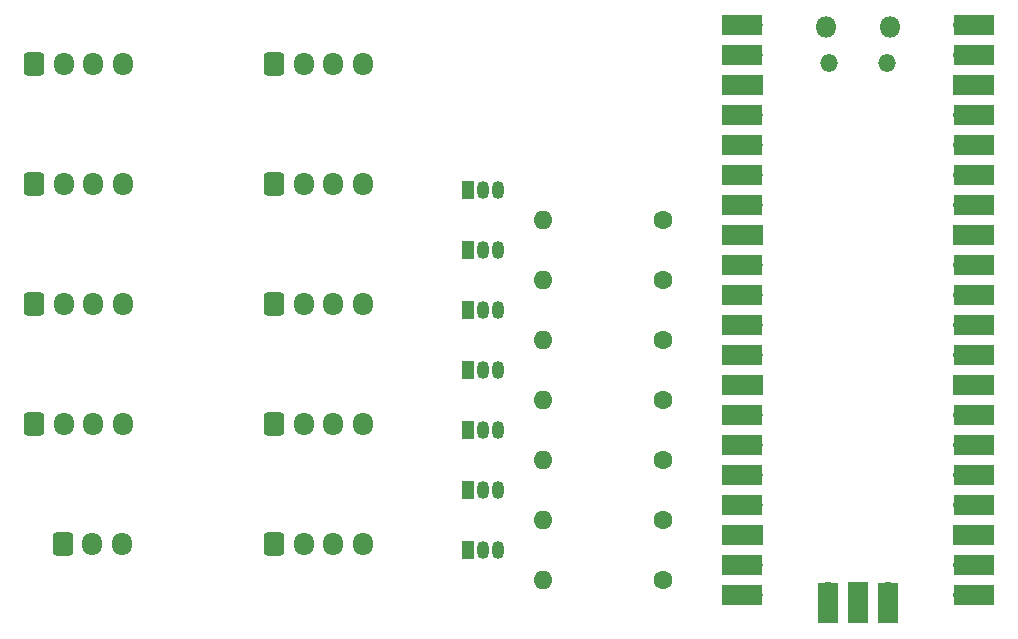
<source format=gbr>
%TF.GenerationSoftware,KiCad,Pcbnew,7.0.9*%
%TF.CreationDate,2024-01-23T18:46:06-08:00*%
%TF.ProjectId,sdvx,73647678-2e6b-4696-9361-645f70636258,rev?*%
%TF.SameCoordinates,Original*%
%TF.FileFunction,Soldermask,Top*%
%TF.FilePolarity,Negative*%
%FSLAX46Y46*%
G04 Gerber Fmt 4.6, Leading zero omitted, Abs format (unit mm)*
G04 Created by KiCad (PCBNEW 7.0.9) date 2024-01-23 18:46:06*
%MOMM*%
%LPD*%
G01*
G04 APERTURE LIST*
G04 Aperture macros list*
%AMRoundRect*
0 Rectangle with rounded corners*
0 $1 Rounding radius*
0 $2 $3 $4 $5 $6 $7 $8 $9 X,Y pos of 4 corners*
0 Add a 4 corners polygon primitive as box body*
4,1,4,$2,$3,$4,$5,$6,$7,$8,$9,$2,$3,0*
0 Add four circle primitives for the rounded corners*
1,1,$1+$1,$2,$3*
1,1,$1+$1,$4,$5*
1,1,$1+$1,$6,$7*
1,1,$1+$1,$8,$9*
0 Add four rect primitives between the rounded corners*
20,1,$1+$1,$2,$3,$4,$5,0*
20,1,$1+$1,$4,$5,$6,$7,0*
20,1,$1+$1,$6,$7,$8,$9,0*
20,1,$1+$1,$8,$9,$2,$3,0*%
G04 Aperture macros list end*
%ADD10R,1.050000X1.500000*%
%ADD11O,1.050000X1.500000*%
%ADD12O,1.700000X1.950000*%
%ADD13RoundRect,0.250000X-0.600000X-0.725000X0.600000X-0.725000X0.600000X0.725000X-0.600000X0.725000X0*%
%ADD14C,1.600000*%
%ADD15O,1.600000X1.600000*%
%ADD16O,1.800000X1.800000*%
%ADD17O,1.500000X1.500000*%
%ADD18O,1.700000X1.700000*%
%ADD19R,3.500000X1.700000*%
%ADD20R,1.700000X1.700000*%
%ADD21R,1.700000X3.500000*%
G04 APERTURE END LIST*
D10*
%TO.C,Q7*%
X54610000Y-59436000D03*
D11*
X55880000Y-59436000D03*
X57150000Y-59436000D03*
%TD*%
D12*
%TO.C,BT-D1*%
X45720000Y-38591000D03*
X43220000Y-38591000D03*
X40720000Y-38591000D03*
D13*
X38220000Y-38591000D03*
%TD*%
D12*
%TO.C,START1*%
X45720000Y-58911000D03*
X43220000Y-58911000D03*
X40720000Y-58911000D03*
D13*
X38220000Y-58911000D03*
%TD*%
D12*
%TO.C,BT-B1*%
X45720000Y-28431000D03*
X43220000Y-28431000D03*
X40720000Y-28431000D03*
D13*
X38220000Y-28431000D03*
%TD*%
D10*
%TO.C,Q5*%
X54610000Y-49276000D03*
D11*
X55880000Y-49276000D03*
X57150000Y-49276000D03*
%TD*%
D10*
%TO.C,Q6*%
X54610000Y-54356000D03*
D11*
X55880000Y-54356000D03*
X57150000Y-54356000D03*
%TD*%
D10*
%TO.C,Q3*%
X54610000Y-39116000D03*
D11*
X55880000Y-39116000D03*
X57150000Y-39116000D03*
%TD*%
D12*
%TO.C,VOL-R1*%
X45720000Y-18271000D03*
X43220000Y-18271000D03*
X40720000Y-18271000D03*
D13*
X38220000Y-18271000D03*
%TD*%
D14*
%TO.C,R4*%
X71120000Y-46736000D03*
D15*
X60960000Y-46736000D03*
%TD*%
D10*
%TO.C,Q1*%
X54610000Y-28956000D03*
D11*
X55880000Y-28956000D03*
X57150000Y-28956000D03*
%TD*%
D14*
%TO.C,R5*%
X71120000Y-51816000D03*
D15*
X60960000Y-51816000D03*
%TD*%
D12*
%TO.C,FX-L1*%
X25400000Y-48751000D03*
X22900000Y-48751000D03*
X20400000Y-48751000D03*
D13*
X17900000Y-48751000D03*
%TD*%
D12*
%TO.C,BT-A1*%
X25400000Y-28431000D03*
X22900000Y-28431000D03*
X20400000Y-28431000D03*
D13*
X17900000Y-28431000D03*
%TD*%
D14*
%TO.C,R2*%
X71120000Y-36576000D03*
D15*
X60960000Y-36576000D03*
%TD*%
D14*
%TO.C,R6*%
X71120000Y-56896000D03*
D15*
X60960000Y-56896000D03*
%TD*%
D14*
%TO.C,R3*%
X71120000Y-41656000D03*
D15*
X60960000Y-41656000D03*
%TD*%
D14*
%TO.C,R1*%
X71120000Y-31496000D03*
D15*
X60960000Y-31496000D03*
%TD*%
D12*
%TO.C,RGB1*%
X25320000Y-58911000D03*
X22820000Y-58911000D03*
D13*
X20320000Y-58911000D03*
%TD*%
D12*
%TO.C,FX-R1*%
X45720000Y-48751000D03*
X43220000Y-48751000D03*
X40720000Y-48751000D03*
D13*
X38220000Y-48751000D03*
%TD*%
D10*
%TO.C,Q4*%
X54610000Y-44196000D03*
D11*
X55880000Y-44196000D03*
X57150000Y-44196000D03*
%TD*%
D12*
%TO.C,BT-C1*%
X25400000Y-38591000D03*
X22900000Y-38591000D03*
X20400000Y-38591000D03*
D13*
X17900000Y-38591000D03*
%TD*%
D10*
%TO.C,Q2*%
X54610000Y-34036000D03*
D11*
X55880000Y-34036000D03*
X57150000Y-34036000D03*
%TD*%
D12*
%TO.C,VOL-L1*%
X25400000Y-18271000D03*
X22900000Y-18271000D03*
X20400000Y-18271000D03*
D13*
X17900000Y-18271000D03*
%TD*%
D14*
%TO.C,R7*%
X71120000Y-61976000D03*
D15*
X60960000Y-61976000D03*
%TD*%
D16*
%TO.C,U1*%
X84905000Y-15116000D03*
D17*
X85205000Y-18146000D03*
X90055000Y-18146000D03*
D16*
X90355000Y-15116000D03*
D18*
X78740000Y-14986000D03*
D19*
X77840000Y-14986000D03*
D18*
X78740000Y-17526000D03*
D19*
X77840000Y-17526000D03*
D20*
X78740000Y-20066000D03*
D19*
X77840000Y-20066000D03*
D18*
X78740000Y-22606000D03*
D19*
X77840000Y-22606000D03*
D18*
X78740000Y-25146000D03*
D19*
X77840000Y-25146000D03*
D18*
X78740000Y-27686000D03*
D19*
X77840000Y-27686000D03*
D18*
X78740000Y-30226000D03*
D19*
X77840000Y-30226000D03*
D20*
X78740000Y-32766000D03*
D19*
X77840000Y-32766000D03*
D18*
X78740000Y-35306000D03*
D19*
X77840000Y-35306000D03*
D18*
X78740000Y-37846000D03*
D19*
X77840000Y-37846000D03*
D18*
X78740000Y-40386000D03*
D19*
X77840000Y-40386000D03*
D18*
X78740000Y-42926000D03*
D19*
X77840000Y-42926000D03*
D20*
X78740000Y-45466000D03*
D19*
X77840000Y-45466000D03*
D18*
X78740000Y-48006000D03*
D19*
X77840000Y-48006000D03*
D18*
X78740000Y-50546000D03*
D19*
X77840000Y-50546000D03*
D18*
X78740000Y-53086000D03*
D19*
X77840000Y-53086000D03*
D18*
X78740000Y-55626000D03*
D19*
X77840000Y-55626000D03*
D20*
X78740000Y-58166000D03*
D19*
X77840000Y-58166000D03*
D18*
X78740000Y-60706000D03*
D19*
X77840000Y-60706000D03*
D18*
X78740000Y-63246000D03*
D19*
X77840000Y-63246000D03*
D18*
X96520000Y-63246000D03*
D19*
X97420000Y-63246000D03*
D18*
X96520000Y-60706000D03*
D19*
X97420000Y-60706000D03*
D20*
X96520000Y-58166000D03*
D19*
X97420000Y-58166000D03*
D18*
X96520000Y-55626000D03*
D19*
X97420000Y-55626000D03*
D18*
X96520000Y-53086000D03*
D19*
X97420000Y-53086000D03*
D18*
X96520000Y-50546000D03*
D19*
X97420000Y-50546000D03*
D18*
X96520000Y-48006000D03*
D19*
X97420000Y-48006000D03*
D20*
X96520000Y-45466000D03*
D19*
X97420000Y-45466000D03*
D18*
X96520000Y-42926000D03*
D19*
X97420000Y-42926000D03*
D18*
X96520000Y-40386000D03*
D19*
X97420000Y-40386000D03*
D18*
X96520000Y-37846000D03*
D19*
X97420000Y-37846000D03*
D18*
X96520000Y-35306000D03*
D19*
X97420000Y-35306000D03*
D20*
X96520000Y-32766000D03*
D19*
X97420000Y-32766000D03*
D18*
X96520000Y-30226000D03*
D19*
X97420000Y-30226000D03*
D18*
X96520000Y-27686000D03*
D19*
X97420000Y-27686000D03*
D18*
X96520000Y-25146000D03*
D19*
X97420000Y-25146000D03*
D18*
X96520000Y-22606000D03*
D19*
X97420000Y-22606000D03*
D20*
X96520000Y-20066000D03*
D19*
X97420000Y-20066000D03*
D18*
X96520000Y-17526000D03*
D19*
X97420000Y-17526000D03*
D18*
X96520000Y-14986000D03*
D19*
X97420000Y-14986000D03*
D18*
X85090000Y-63016000D03*
D21*
X85090000Y-63916000D03*
D20*
X87630000Y-63016000D03*
D21*
X87630000Y-63916000D03*
D18*
X90170000Y-63016000D03*
D21*
X90170000Y-63916000D03*
%TD*%
M02*

</source>
